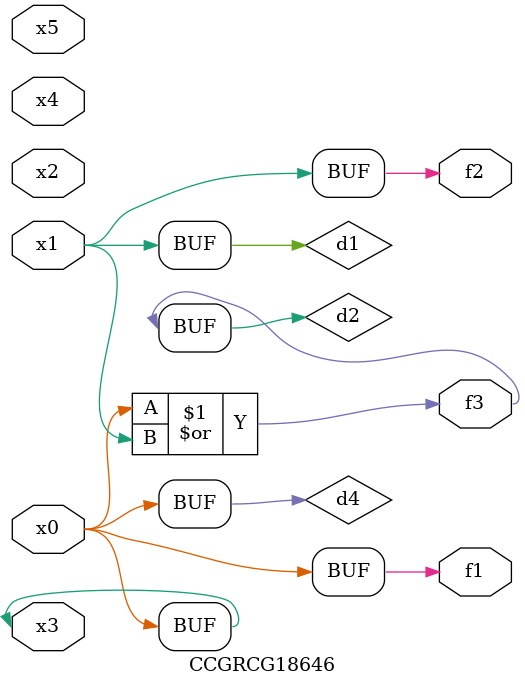
<source format=v>
module CCGRCG18646(
	input x0, x1, x2, x3, x4, x5,
	output f1, f2, f3
);

	wire d1, d2, d3, d4;

	and (d1, x1);
	or (d2, x0, x1);
	nand (d3, x0, x5);
	buf (d4, x0, x3);
	assign f1 = d4;
	assign f2 = d1;
	assign f3 = d2;
endmodule

</source>
